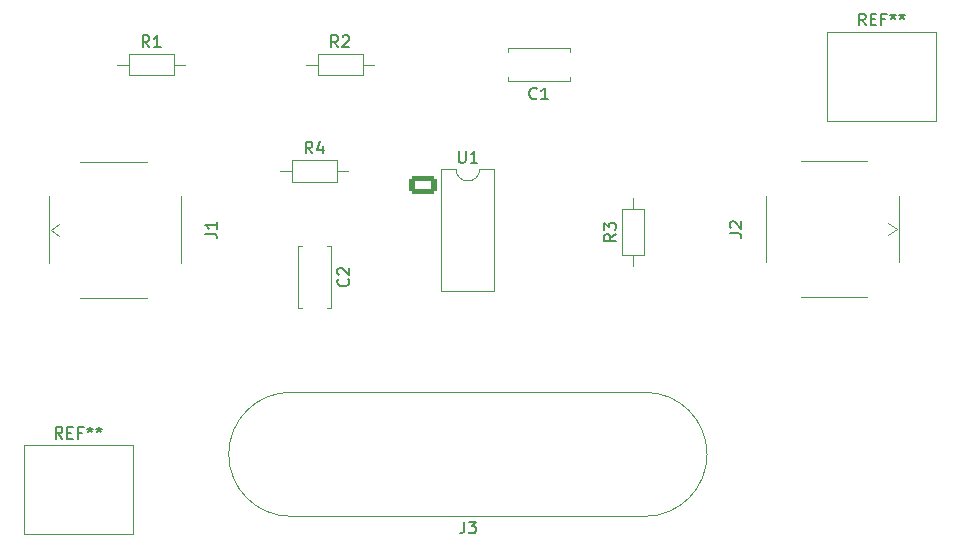
<source format=gto>
%TF.GenerationSoftware,KiCad,Pcbnew,9.0.2*%
%TF.CreationDate,2025-05-26T17:46:23-04:00*%
%TF.ProjectId,Second_Order_Low_Pass_Filter_Ac,5365636f-6e64-45f4-9f72-6465725f4c6f,rev?*%
%TF.SameCoordinates,Original*%
%TF.FileFunction,Legend,Top*%
%TF.FilePolarity,Positive*%
%FSLAX46Y46*%
G04 Gerber Fmt 4.6, Leading zero omitted, Abs format (unit mm)*
G04 Created by KiCad (PCBNEW 9.0.2) date 2025-05-26 17:46:23*
%MOMM*%
%LPD*%
G01*
G04 APERTURE LIST*
G04 Aperture macros list*
%AMRoundRect*
0 Rectangle with rounded corners*
0 $1 Rounding radius*
0 $2 $3 $4 $5 $6 $7 $8 $9 X,Y pos of 4 corners*
0 Add a 4 corners polygon primitive as box body*
4,1,4,$2,$3,$4,$5,$6,$7,$8,$9,$2,$3,0*
0 Add four circle primitives for the rounded corners*
1,1,$1+$1,$2,$3*
1,1,$1+$1,$4,$5*
1,1,$1+$1,$6,$7*
1,1,$1+$1,$8,$9*
0 Add four rect primitives between the rounded corners*
20,1,$1+$1,$2,$3,$4,$5,0*
20,1,$1+$1,$4,$5,$6,$7,0*
20,1,$1+$1,$6,$7,$8,$9,0*
20,1,$1+$1,$8,$9,$2,$3,0*%
G04 Aperture macros list end*
%ADD10C,0.150000*%
%ADD11C,0.120000*%
%ADD12C,3.000000*%
%ADD13C,10.160000*%
%ADD14RoundRect,0.250000X-0.950000X-0.550000X0.950000X-0.550000X0.950000X0.550000X-0.950000X0.550000X0*%
%ADD15O,2.400000X1.600000*%
%ADD16C,1.400000*%
%ADD17R,3.500000X3.500000*%
%ADD18C,4.000000*%
%ADD19C,1.600000*%
G04 APERTURE END LIST*
D10*
X182666666Y-75684819D02*
X182333333Y-75208628D01*
X182095238Y-75684819D02*
X182095238Y-74684819D01*
X182095238Y-74684819D02*
X182476190Y-74684819D01*
X182476190Y-74684819D02*
X182571428Y-74732438D01*
X182571428Y-74732438D02*
X182619047Y-74780057D01*
X182619047Y-74780057D02*
X182666666Y-74875295D01*
X182666666Y-74875295D02*
X182666666Y-75018152D01*
X182666666Y-75018152D02*
X182619047Y-75113390D01*
X182619047Y-75113390D02*
X182571428Y-75161009D01*
X182571428Y-75161009D02*
X182476190Y-75208628D01*
X182476190Y-75208628D02*
X182095238Y-75208628D01*
X183095238Y-75161009D02*
X183428571Y-75161009D01*
X183571428Y-75684819D02*
X183095238Y-75684819D01*
X183095238Y-75684819D02*
X183095238Y-74684819D01*
X183095238Y-74684819D02*
X183571428Y-74684819D01*
X184333333Y-75161009D02*
X184000000Y-75161009D01*
X184000000Y-75684819D02*
X184000000Y-74684819D01*
X184000000Y-74684819D02*
X184476190Y-74684819D01*
X185000000Y-74684819D02*
X185000000Y-74922914D01*
X184761905Y-74827676D02*
X185000000Y-74922914D01*
X185000000Y-74922914D02*
X185238095Y-74827676D01*
X184857143Y-75113390D02*
X185000000Y-74922914D01*
X185000000Y-74922914D02*
X185142857Y-75113390D01*
X185761905Y-74684819D02*
X185761905Y-74922914D01*
X185523810Y-74827676D02*
X185761905Y-74922914D01*
X185761905Y-74922914D02*
X186000000Y-74827676D01*
X185619048Y-75113390D02*
X185761905Y-74922914D01*
X185761905Y-74922914D02*
X185904762Y-75113390D01*
X114666666Y-110684819D02*
X114333333Y-110208628D01*
X114095238Y-110684819D02*
X114095238Y-109684819D01*
X114095238Y-109684819D02*
X114476190Y-109684819D01*
X114476190Y-109684819D02*
X114571428Y-109732438D01*
X114571428Y-109732438D02*
X114619047Y-109780057D01*
X114619047Y-109780057D02*
X114666666Y-109875295D01*
X114666666Y-109875295D02*
X114666666Y-110018152D01*
X114666666Y-110018152D02*
X114619047Y-110113390D01*
X114619047Y-110113390D02*
X114571428Y-110161009D01*
X114571428Y-110161009D02*
X114476190Y-110208628D01*
X114476190Y-110208628D02*
X114095238Y-110208628D01*
X115095238Y-110161009D02*
X115428571Y-110161009D01*
X115571428Y-110684819D02*
X115095238Y-110684819D01*
X115095238Y-110684819D02*
X115095238Y-109684819D01*
X115095238Y-109684819D02*
X115571428Y-109684819D01*
X116333333Y-110161009D02*
X116000000Y-110161009D01*
X116000000Y-110684819D02*
X116000000Y-109684819D01*
X116000000Y-109684819D02*
X116476190Y-109684819D01*
X117000000Y-109684819D02*
X117000000Y-109922914D01*
X116761905Y-109827676D02*
X117000000Y-109922914D01*
X117000000Y-109922914D02*
X117238095Y-109827676D01*
X116857143Y-110113390D02*
X117000000Y-109922914D01*
X117000000Y-109922914D02*
X117142857Y-110113390D01*
X117761905Y-109684819D02*
X117761905Y-109922914D01*
X117523810Y-109827676D02*
X117761905Y-109922914D01*
X117761905Y-109922914D02*
X118000000Y-109827676D01*
X117619048Y-110113390D02*
X117761905Y-109922914D01*
X117761905Y-109922914D02*
X117904762Y-110113390D01*
X148681666Y-117694819D02*
X148681666Y-118409104D01*
X148681666Y-118409104D02*
X148634047Y-118551961D01*
X148634047Y-118551961D02*
X148538809Y-118647200D01*
X148538809Y-118647200D02*
X148395952Y-118694819D01*
X148395952Y-118694819D02*
X148300714Y-118694819D01*
X149062619Y-117694819D02*
X149681666Y-117694819D01*
X149681666Y-117694819D02*
X149348333Y-118075771D01*
X149348333Y-118075771D02*
X149491190Y-118075771D01*
X149491190Y-118075771D02*
X149586428Y-118123390D01*
X149586428Y-118123390D02*
X149634047Y-118171009D01*
X149634047Y-118171009D02*
X149681666Y-118266247D01*
X149681666Y-118266247D02*
X149681666Y-118504342D01*
X149681666Y-118504342D02*
X149634047Y-118599580D01*
X149634047Y-118599580D02*
X149586428Y-118647200D01*
X149586428Y-118647200D02*
X149491190Y-118694819D01*
X149491190Y-118694819D02*
X149205476Y-118694819D01*
X149205476Y-118694819D02*
X149110238Y-118647200D01*
X149110238Y-118647200D02*
X149062619Y-118599580D01*
X148238095Y-86314819D02*
X148238095Y-87124342D01*
X148238095Y-87124342D02*
X148285714Y-87219580D01*
X148285714Y-87219580D02*
X148333333Y-87267200D01*
X148333333Y-87267200D02*
X148428571Y-87314819D01*
X148428571Y-87314819D02*
X148619047Y-87314819D01*
X148619047Y-87314819D02*
X148714285Y-87267200D01*
X148714285Y-87267200D02*
X148761904Y-87219580D01*
X148761904Y-87219580D02*
X148809523Y-87124342D01*
X148809523Y-87124342D02*
X148809523Y-86314819D01*
X149809523Y-87314819D02*
X149238095Y-87314819D01*
X149523809Y-87314819D02*
X149523809Y-86314819D01*
X149523809Y-86314819D02*
X149428571Y-86457676D01*
X149428571Y-86457676D02*
X149333333Y-86552914D01*
X149333333Y-86552914D02*
X149238095Y-86600533D01*
X135833333Y-86534819D02*
X135500000Y-86058628D01*
X135261905Y-86534819D02*
X135261905Y-85534819D01*
X135261905Y-85534819D02*
X135642857Y-85534819D01*
X135642857Y-85534819D02*
X135738095Y-85582438D01*
X135738095Y-85582438D02*
X135785714Y-85630057D01*
X135785714Y-85630057D02*
X135833333Y-85725295D01*
X135833333Y-85725295D02*
X135833333Y-85868152D01*
X135833333Y-85868152D02*
X135785714Y-85963390D01*
X135785714Y-85963390D02*
X135738095Y-86011009D01*
X135738095Y-86011009D02*
X135642857Y-86058628D01*
X135642857Y-86058628D02*
X135261905Y-86058628D01*
X136690476Y-85868152D02*
X136690476Y-86534819D01*
X136452381Y-85487200D02*
X136214286Y-86201485D01*
X136214286Y-86201485D02*
X136833333Y-86201485D01*
X161534819Y-93356666D02*
X161058628Y-93689999D01*
X161534819Y-93928094D02*
X160534819Y-93928094D01*
X160534819Y-93928094D02*
X160534819Y-93547142D01*
X160534819Y-93547142D02*
X160582438Y-93451904D01*
X160582438Y-93451904D02*
X160630057Y-93404285D01*
X160630057Y-93404285D02*
X160725295Y-93356666D01*
X160725295Y-93356666D02*
X160868152Y-93356666D01*
X160868152Y-93356666D02*
X160963390Y-93404285D01*
X160963390Y-93404285D02*
X161011009Y-93451904D01*
X161011009Y-93451904D02*
X161058628Y-93547142D01*
X161058628Y-93547142D02*
X161058628Y-93928094D01*
X160534819Y-93023332D02*
X160534819Y-92404285D01*
X160534819Y-92404285D02*
X160915771Y-92737618D01*
X160915771Y-92737618D02*
X160915771Y-92594761D01*
X160915771Y-92594761D02*
X160963390Y-92499523D01*
X160963390Y-92499523D02*
X161011009Y-92451904D01*
X161011009Y-92451904D02*
X161106247Y-92404285D01*
X161106247Y-92404285D02*
X161344342Y-92404285D01*
X161344342Y-92404285D02*
X161439580Y-92451904D01*
X161439580Y-92451904D02*
X161487200Y-92499523D01*
X161487200Y-92499523D02*
X161534819Y-92594761D01*
X161534819Y-92594761D02*
X161534819Y-92880475D01*
X161534819Y-92880475D02*
X161487200Y-92975713D01*
X161487200Y-92975713D02*
X161439580Y-93023332D01*
X138023333Y-77534819D02*
X137690000Y-77058628D01*
X137451905Y-77534819D02*
X137451905Y-76534819D01*
X137451905Y-76534819D02*
X137832857Y-76534819D01*
X137832857Y-76534819D02*
X137928095Y-76582438D01*
X137928095Y-76582438D02*
X137975714Y-76630057D01*
X137975714Y-76630057D02*
X138023333Y-76725295D01*
X138023333Y-76725295D02*
X138023333Y-76868152D01*
X138023333Y-76868152D02*
X137975714Y-76963390D01*
X137975714Y-76963390D02*
X137928095Y-77011009D01*
X137928095Y-77011009D02*
X137832857Y-77058628D01*
X137832857Y-77058628D02*
X137451905Y-77058628D01*
X138404286Y-76630057D02*
X138451905Y-76582438D01*
X138451905Y-76582438D02*
X138547143Y-76534819D01*
X138547143Y-76534819D02*
X138785238Y-76534819D01*
X138785238Y-76534819D02*
X138880476Y-76582438D01*
X138880476Y-76582438D02*
X138928095Y-76630057D01*
X138928095Y-76630057D02*
X138975714Y-76725295D01*
X138975714Y-76725295D02*
X138975714Y-76820533D01*
X138975714Y-76820533D02*
X138928095Y-76963390D01*
X138928095Y-76963390D02*
X138356667Y-77534819D01*
X138356667Y-77534819D02*
X138975714Y-77534819D01*
X122023333Y-77534819D02*
X121690000Y-77058628D01*
X121451905Y-77534819D02*
X121451905Y-76534819D01*
X121451905Y-76534819D02*
X121832857Y-76534819D01*
X121832857Y-76534819D02*
X121928095Y-76582438D01*
X121928095Y-76582438D02*
X121975714Y-76630057D01*
X121975714Y-76630057D02*
X122023333Y-76725295D01*
X122023333Y-76725295D02*
X122023333Y-76868152D01*
X122023333Y-76868152D02*
X121975714Y-76963390D01*
X121975714Y-76963390D02*
X121928095Y-77011009D01*
X121928095Y-77011009D02*
X121832857Y-77058628D01*
X121832857Y-77058628D02*
X121451905Y-77058628D01*
X122975714Y-77534819D02*
X122404286Y-77534819D01*
X122690000Y-77534819D02*
X122690000Y-76534819D01*
X122690000Y-76534819D02*
X122594762Y-76677676D01*
X122594762Y-76677676D02*
X122499524Y-76772914D01*
X122499524Y-76772914D02*
X122404286Y-76820533D01*
X171154819Y-93268333D02*
X171869104Y-93268333D01*
X171869104Y-93268333D02*
X172011961Y-93315952D01*
X172011961Y-93315952D02*
X172107200Y-93411190D01*
X172107200Y-93411190D02*
X172154819Y-93554047D01*
X172154819Y-93554047D02*
X172154819Y-93649285D01*
X171250057Y-92839761D02*
X171202438Y-92792142D01*
X171202438Y-92792142D02*
X171154819Y-92696904D01*
X171154819Y-92696904D02*
X171154819Y-92458809D01*
X171154819Y-92458809D02*
X171202438Y-92363571D01*
X171202438Y-92363571D02*
X171250057Y-92315952D01*
X171250057Y-92315952D02*
X171345295Y-92268333D01*
X171345295Y-92268333D02*
X171440533Y-92268333D01*
X171440533Y-92268333D02*
X171583390Y-92315952D01*
X171583390Y-92315952D02*
X172154819Y-92887380D01*
X172154819Y-92887380D02*
X172154819Y-92268333D01*
X126754819Y-93333333D02*
X127469104Y-93333333D01*
X127469104Y-93333333D02*
X127611961Y-93380952D01*
X127611961Y-93380952D02*
X127707200Y-93476190D01*
X127707200Y-93476190D02*
X127754819Y-93619047D01*
X127754819Y-93619047D02*
X127754819Y-93714285D01*
X127754819Y-92333333D02*
X127754819Y-92904761D01*
X127754819Y-92619047D02*
X126754819Y-92619047D01*
X126754819Y-92619047D02*
X126897676Y-92714285D01*
X126897676Y-92714285D02*
X126992914Y-92809523D01*
X126992914Y-92809523D02*
X127040533Y-92904761D01*
X138859580Y-97166666D02*
X138907200Y-97214285D01*
X138907200Y-97214285D02*
X138954819Y-97357142D01*
X138954819Y-97357142D02*
X138954819Y-97452380D01*
X138954819Y-97452380D02*
X138907200Y-97595237D01*
X138907200Y-97595237D02*
X138811961Y-97690475D01*
X138811961Y-97690475D02*
X138716723Y-97738094D01*
X138716723Y-97738094D02*
X138526247Y-97785713D01*
X138526247Y-97785713D02*
X138383390Y-97785713D01*
X138383390Y-97785713D02*
X138192914Y-97738094D01*
X138192914Y-97738094D02*
X138097676Y-97690475D01*
X138097676Y-97690475D02*
X138002438Y-97595237D01*
X138002438Y-97595237D02*
X137954819Y-97452380D01*
X137954819Y-97452380D02*
X137954819Y-97357142D01*
X137954819Y-97357142D02*
X138002438Y-97214285D01*
X138002438Y-97214285D02*
X138050057Y-97166666D01*
X138050057Y-96785713D02*
X138002438Y-96738094D01*
X138002438Y-96738094D02*
X137954819Y-96642856D01*
X137954819Y-96642856D02*
X137954819Y-96404761D01*
X137954819Y-96404761D02*
X138002438Y-96309523D01*
X138002438Y-96309523D02*
X138050057Y-96261904D01*
X138050057Y-96261904D02*
X138145295Y-96214285D01*
X138145295Y-96214285D02*
X138240533Y-96214285D01*
X138240533Y-96214285D02*
X138383390Y-96261904D01*
X138383390Y-96261904D02*
X138954819Y-96833332D01*
X138954819Y-96833332D02*
X138954819Y-96214285D01*
X154833333Y-81859580D02*
X154785714Y-81907200D01*
X154785714Y-81907200D02*
X154642857Y-81954819D01*
X154642857Y-81954819D02*
X154547619Y-81954819D01*
X154547619Y-81954819D02*
X154404762Y-81907200D01*
X154404762Y-81907200D02*
X154309524Y-81811961D01*
X154309524Y-81811961D02*
X154261905Y-81716723D01*
X154261905Y-81716723D02*
X154214286Y-81526247D01*
X154214286Y-81526247D02*
X154214286Y-81383390D01*
X154214286Y-81383390D02*
X154261905Y-81192914D01*
X154261905Y-81192914D02*
X154309524Y-81097676D01*
X154309524Y-81097676D02*
X154404762Y-81002438D01*
X154404762Y-81002438D02*
X154547619Y-80954819D01*
X154547619Y-80954819D02*
X154642857Y-80954819D01*
X154642857Y-80954819D02*
X154785714Y-81002438D01*
X154785714Y-81002438D02*
X154833333Y-81050057D01*
X155785714Y-81954819D02*
X155214286Y-81954819D01*
X155500000Y-81954819D02*
X155500000Y-80954819D01*
X155500000Y-80954819D02*
X155404762Y-81097676D01*
X155404762Y-81097676D02*
X155309524Y-81192914D01*
X155309524Y-81192914D02*
X155214286Y-81240533D01*
D11*
%TO.C,REF\u002A\u002A*%
X179380000Y-76230000D02*
X179380000Y-83770000D01*
X179380000Y-76230000D02*
X188620000Y-76230000D01*
X179380000Y-83770000D02*
X188620000Y-83770000D01*
X188620000Y-76230000D02*
X188620000Y-83770000D01*
X111380000Y-111230000D02*
X111380000Y-118770000D01*
X111380000Y-111230000D02*
X120620000Y-111230000D01*
X111380000Y-118770000D02*
X120620000Y-118770000D01*
X120620000Y-111230000D02*
X120620000Y-118770000D01*
%TO.C,J3*%
X164000000Y-106750000D02*
X134000000Y-106750000D01*
X134000000Y-117250000D02*
X164000000Y-117250000D01*
X164000000Y-106750000D02*
G75*
G02*
X164000000Y-117250000I0J-5250000D01*
G01*
X134000000Y-117250000D02*
G75*
G02*
X134000000Y-106750000I0J5250000D01*
G01*
%TO.C,U1*%
X146750000Y-87860000D02*
X146750000Y-98140000D01*
X146750000Y-98140000D02*
X151250000Y-98140000D01*
X148000000Y-87860000D02*
X146750000Y-87860000D01*
X151250000Y-87860000D02*
X150000000Y-87860000D01*
X151250000Y-98140000D02*
X151250000Y-87860000D01*
X150000000Y-87860000D02*
G75*
G02*
X148000000Y-87860000I-1000000J0D01*
G01*
%TO.C,R4*%
X133130000Y-88000000D02*
X134080000Y-88000000D01*
X138870000Y-88000000D02*
X137920000Y-88000000D01*
X134080000Y-87080000D02*
X137920000Y-87080000D01*
X137920000Y-88920000D01*
X134080000Y-88920000D01*
X134080000Y-87080000D01*
%TO.C,R3*%
X163000000Y-96060000D02*
X163000000Y-95110000D01*
X163000000Y-90320000D02*
X163000000Y-91270000D01*
X162080000Y-95110000D02*
X163920000Y-95110000D01*
X163920000Y-91270000D01*
X162080000Y-91270000D01*
X162080000Y-95110000D01*
%TO.C,R2*%
X135320000Y-79000000D02*
X136270000Y-79000000D01*
X141060000Y-79000000D02*
X140110000Y-79000000D01*
X136270000Y-78080000D02*
X140110000Y-78080000D01*
X140110000Y-79920000D01*
X136270000Y-79920000D01*
X136270000Y-78080000D01*
%TO.C,R1*%
X119320000Y-79000000D02*
X120270000Y-79000000D01*
X125060000Y-79000000D02*
X124110000Y-79000000D01*
X120270000Y-78080000D02*
X124110000Y-78080000D01*
X124110000Y-79920000D01*
X120270000Y-79920000D01*
X120270000Y-78080000D01*
%TO.C,J2*%
X182825000Y-87205000D02*
X177175000Y-87205000D01*
X174270000Y-90110000D02*
X174270000Y-95760000D01*
X185300000Y-92935000D02*
X184600000Y-92435000D01*
X185300000Y-92935000D02*
X184600000Y-93435000D01*
X185500000Y-95760000D02*
X185500000Y-90110000D01*
X177175000Y-98665000D02*
X182825000Y-98665000D01*
%TO.C,J1*%
X116175000Y-98730000D02*
X121825000Y-98730000D01*
X124730000Y-95825000D02*
X124730000Y-90175000D01*
X113700000Y-93000000D02*
X114400000Y-93500000D01*
X113700000Y-93000000D02*
X114400000Y-92500000D01*
X113500000Y-90175000D02*
X113500000Y-95825000D01*
X121825000Y-87270000D02*
X116175000Y-87270000D01*
%TO.C,C2*%
X137370000Y-94380000D02*
X137033000Y-94380000D01*
X137370000Y-94380000D02*
X137370000Y-99620000D01*
X134967000Y-94380000D02*
X134630000Y-94380000D01*
X134630000Y-94380000D02*
X134630000Y-99620000D01*
X137370000Y-99620000D02*
X137033000Y-99620000D01*
X134967000Y-99620000D02*
X134630000Y-99620000D01*
%TO.C,C1*%
X157620000Y-80370000D02*
X157620000Y-80033000D01*
X157620000Y-80370000D02*
X152380000Y-80370000D01*
X157620000Y-77967000D02*
X157620000Y-77630000D01*
X157620000Y-77630000D02*
X152380000Y-77630000D01*
X152380000Y-80370000D02*
X152380000Y-80033000D01*
X152380000Y-77967000D02*
X152380000Y-77630000D01*
%TD*%
%LPC*%
D12*
%TO.C,REF\u002A\u002A*%
X184000000Y-80000000D03*
%TD*%
%TO.C,REF\u002A\u002A*%
X116000000Y-115000000D03*
%TD*%
D13*
%TO.C,J3*%
X164000000Y-112000000D03*
X134030000Y-112000000D03*
%TD*%
D14*
%TO.C,U1*%
X145190000Y-89190000D03*
D15*
X145190000Y-91730000D03*
X145190000Y-94270000D03*
X145190000Y-96810000D03*
X152810000Y-96810000D03*
X152810000Y-94270000D03*
X152810000Y-91730000D03*
X152810000Y-89190000D03*
%TD*%
D16*
%TO.C,R4*%
X132190000Y-88000000D03*
X139810000Y-88000000D03*
%TD*%
%TO.C,R3*%
X163000000Y-97000000D03*
X163000000Y-89380000D03*
%TD*%
%TO.C,R2*%
X134380000Y-79000000D03*
X142000000Y-79000000D03*
%TD*%
%TO.C,R1*%
X118380000Y-79000000D03*
X126000000Y-79000000D03*
%TD*%
D17*
%TO.C,J2*%
X180000000Y-92935000D03*
D18*
X185025000Y-87910000D03*
X174975000Y-87910000D03*
X185025000Y-97960000D03*
X174975000Y-97960000D03*
%TD*%
D17*
%TO.C,J1*%
X119000000Y-93000000D03*
D18*
X113975000Y-98025000D03*
X124025000Y-98025000D03*
X113975000Y-87975000D03*
X124025000Y-87975000D03*
%TD*%
D19*
%TO.C,C2*%
X136000000Y-94500000D03*
X136000000Y-99500000D03*
%TD*%
%TO.C,C1*%
X157500000Y-79000000D03*
X152500000Y-79000000D03*
%TD*%
%LPD*%
M02*

</source>
